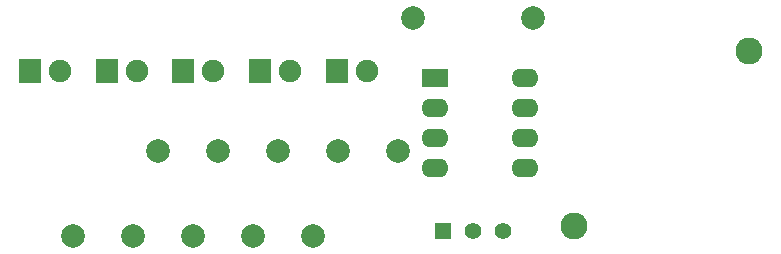
<source format=gbs>
G04 #@! TF.FileFunction,Soldermask,Bot*
%FSLAX46Y46*%
G04 Gerber Fmt 4.6, Leading zero omitted, Abs format (unit mm)*
G04 Created by KiCad (PCBNEW 4.0.3-stable) date 10/29/16 15:55:36*
%MOMM*%
%LPD*%
G01*
G04 APERTURE LIST*
%ADD10C,0.100000*%
%ADD11R,1.900000X2.000000*%
%ADD12C,1.900000*%
%ADD13R,2.286000X1.574800*%
%ADD14O,2.286000X1.574800*%
%ADD15C,1.998980*%
%ADD16R,1.397000X1.397000*%
%ADD17C,1.397000*%
%ADD18C,2.286000*%
G04 APERTURE END LIST*
D10*
D11*
X154000000Y-92500000D03*
D12*
X156540000Y-92500000D03*
D11*
X147500000Y-92500000D03*
D12*
X150040000Y-92500000D03*
D11*
X141000000Y-92500000D03*
D12*
X143540000Y-92500000D03*
D11*
X134500000Y-92500000D03*
D12*
X137040000Y-92500000D03*
D11*
X128000000Y-92500000D03*
D12*
X130540000Y-92500000D03*
D13*
X162290000Y-93090000D03*
D14*
X162290000Y-95630000D03*
X162290000Y-98170000D03*
X162290000Y-100710000D03*
X169910000Y-100710000D03*
X169910000Y-98170000D03*
X169910000Y-95630000D03*
X169910000Y-93090000D03*
D15*
X160420000Y-88000000D03*
X170580000Y-88000000D03*
D16*
X162960000Y-106000000D03*
D17*
X165500000Y-106000000D03*
X168040000Y-106000000D03*
D18*
X188888154Y-90811846D03*
X174095480Y-105604520D03*
D15*
X151982898Y-106462102D03*
X159167102Y-99277898D03*
X146902898Y-106462102D03*
X154087102Y-99277898D03*
X141822898Y-106462102D03*
X149007102Y-99277898D03*
X136742898Y-106462102D03*
X143927102Y-99277898D03*
X131662898Y-106462102D03*
X138847102Y-99277898D03*
M02*

</source>
